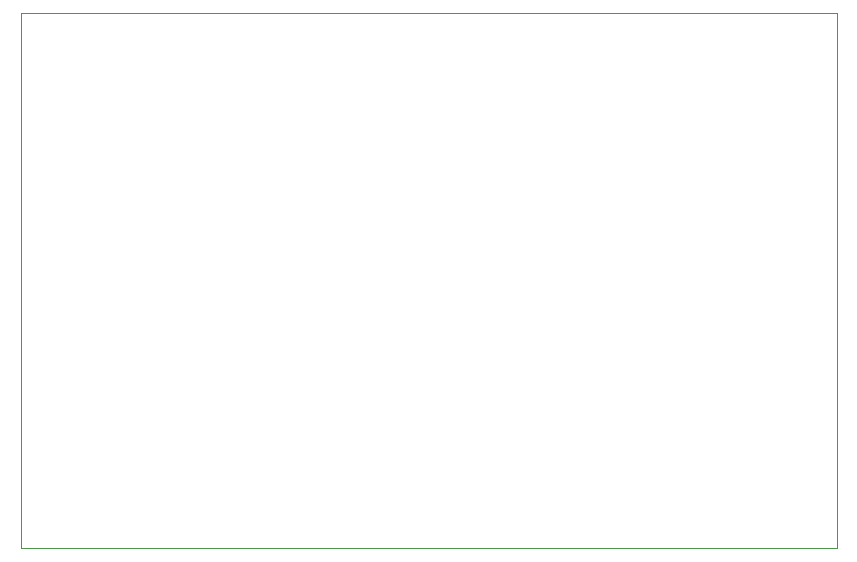
<source format=gbr>
%TF.GenerationSoftware,KiCad,Pcbnew,(5.1.9-0-10_14)*%
%TF.CreationDate,2021-06-29T22:32:57-04:00*%
%TF.ProjectId,COUNTER,434f554e-5445-4522-9e6b-696361645f70,rev?*%
%TF.SameCoordinates,Original*%
%TF.FileFunction,Profile,NP*%
%FSLAX46Y46*%
G04 Gerber Fmt 4.6, Leading zero omitted, Abs format (unit mm)*
G04 Created by KiCad (PCBNEW (5.1.9-0-10_14)) date 2021-06-29 22:32:57*
%MOMM*%
%LPD*%
G01*
G04 APERTURE LIST*
%TA.AperFunction,Profile*%
%ADD10C,0.050000*%
%TD*%
G04 APERTURE END LIST*
D10*
X76791500Y-31158500D02*
X145881500Y-31158500D01*
X76791500Y-76458500D02*
X76791500Y-31158500D01*
X145881500Y-76458500D02*
X76791500Y-76458500D01*
X145881500Y-31158500D02*
X145881500Y-76458500D01*
M02*

</source>
